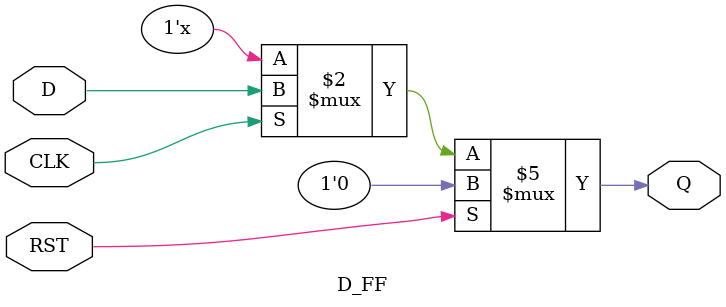
<source format=v>





module D_FF(
    input D,
    input RST,
    input CLK,
    output reg Q
);
    always @ (CLK) begin
        if (RST)
            Q <= 1'b0; // Reset Q to 0
        else if (CLK)
            Q <= D; // Update Q with D on rising edge of CLK
    end
endmodule
</source>
